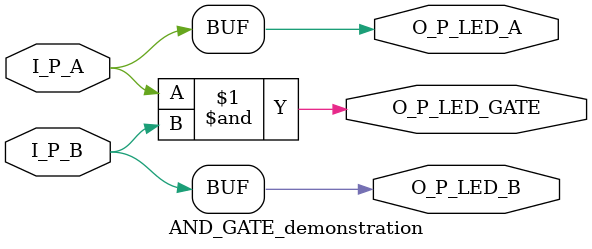
<source format=v>
`timescale 1ns / 1ps



module AND_GATE_demonstration(
    input I_P_A,
    input I_P_B,
    output O_P_LED_A,
    output O_P_LED_B,
    output O_P_LED_GATE
    );
    assign O_P_LED_A = I_P_A;
    assign O_P_LED_B = I_P_B;
    assign O_P_LED_GATE = I_P_A & I_P_B;
endmodule

</source>
